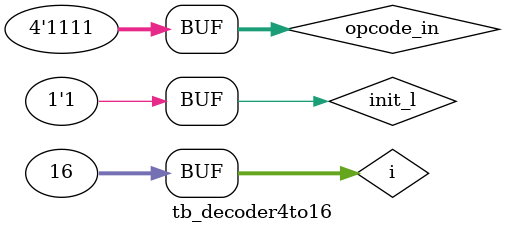
<source format=v>
module tb_decoder4to16;
  reg [3:0]opcode_in;
  reg init_l;
  wire [15:0]d_out;
integer i;
  
  decoder_4x16 DUT(d_out,opcode_in,init_l);

  
  initial begin
    $monitor($time," input opcode %B output data %b %D",opcode_in,d_out,d_out);
		opcode_in = 4'b000;
 init_l=1'b1;
    
for (i=0; i<16; i=i+1) begin
#5 opcode_in=i;
    end
  end
endmodule

</source>
